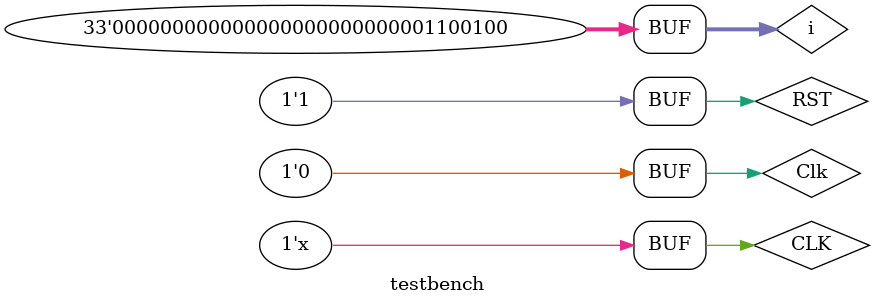
<source format=v>
`timescale 1ns / 1ps


module testbench;

	// Inputs
	reg Clk;
	reg RST;

	// Outputs
	wire [3:0] OUT;
	wire [32:0]i;
	// Instantiate the Unit Under Test (UUT)
	DEMLEN_XUONG_AUTO uut (
		.Clk(Clk), 
		.RST(RST), 
		.OUT(OUT)
	);

	initial begin
		// Initialize Inputs
		Clk = 0;
		RST = 0;

		// Wait 100 ns for global reset to finish
		#100;
			for(i = 0; i < 100; i = i + 1)begin
	#5 CLK = ~CLK;
			if( i == 4) RST = 1;
		// Add stimulus here
			end
	end
      
endmodule


</source>
